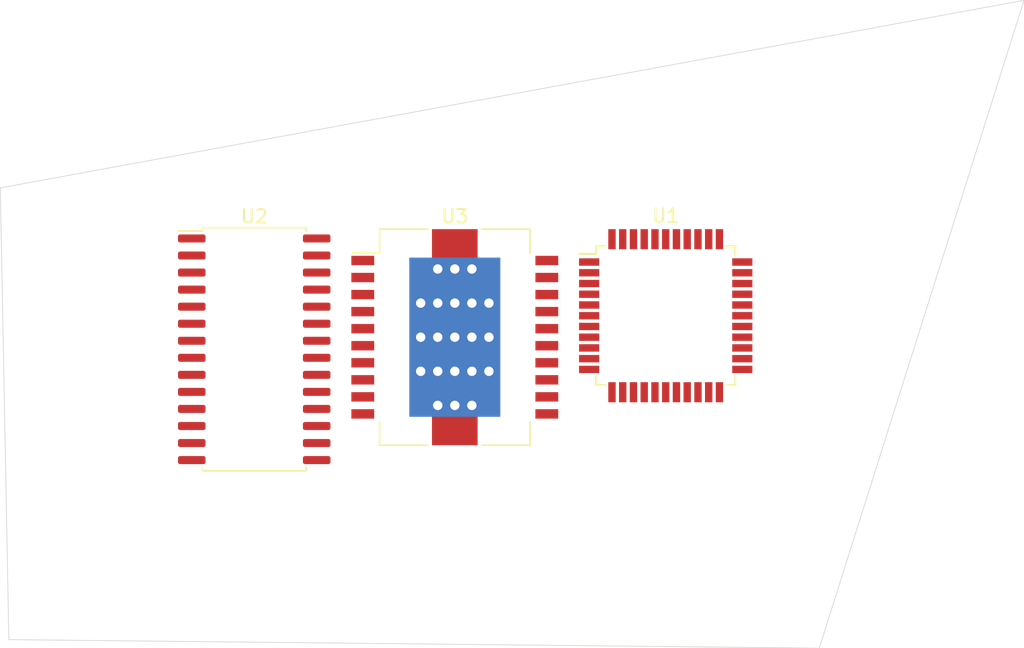
<source format=kicad_pcb>
(kicad_pcb (version 20171130) (host pcbnew 5.1.12-84ad8e8a86~92~ubuntu20.04.1)

  (general
    (thickness 1.6)
    (drawings 4)
    (tracks 0)
    (zones 0)
    (modules 3)
    (nets 88)
  )

  (page A4)
  (layers
    (0 F.Cu signal)
    (31 B.Cu signal)
    (32 B.Adhes user)
    (33 F.Adhes user)
    (34 B.Paste user)
    (35 F.Paste user)
    (36 B.SilkS user)
    (37 F.SilkS user)
    (38 B.Mask user)
    (39 F.Mask user)
    (40 Dwgs.User user)
    (41 Cmts.User user)
    (42 Eco1.User user)
    (43 Eco2.User user)
    (44 Edge.Cuts user)
    (45 Margin user)
    (46 B.CrtYd user)
    (47 F.CrtYd user)
    (48 B.Fab user)
    (49 F.Fab user)
  )

  (setup
    (last_trace_width 0.25)
    (trace_clearance 0.2)
    (zone_clearance 0.508)
    (zone_45_only no)
    (trace_min 0.2)
    (via_size 0.8)
    (via_drill 0.4)
    (via_min_size 0.4)
    (via_min_drill 0.3)
    (uvia_size 0.3)
    (uvia_drill 0.1)
    (uvias_allowed no)
    (uvia_min_size 0.2)
    (uvia_min_drill 0.1)
    (edge_width 0.05)
    (segment_width 0.2)
    (pcb_text_width 0.3)
    (pcb_text_size 1.5 1.5)
    (mod_edge_width 0.12)
    (mod_text_size 1 1)
    (mod_text_width 0.15)
    (pad_size 1.524 1.524)
    (pad_drill 0.762)
    (pad_to_mask_clearance 0)
    (aux_axis_origin 0 0)
    (visible_elements FFFFFF7F)
    (pcbplotparams
      (layerselection 0x010fc_ffffffff)
      (usegerberextensions false)
      (usegerberattributes true)
      (usegerberadvancedattributes true)
      (creategerberjobfile true)
      (excludeedgelayer true)
      (linewidth 0.100000)
      (plotframeref false)
      (viasonmask false)
      (mode 1)
      (useauxorigin false)
      (hpglpennumber 1)
      (hpglpenspeed 20)
      (hpglpendiameter 15.000000)
      (psnegative false)
      (psa4output false)
      (plotreference true)
      (plotvalue true)
      (plotinvisibletext false)
      (padsonsilk false)
      (subtractmaskfromsilk false)
      (outputformat 1)
      (mirror false)
      (drillshape 1)
      (scaleselection 1)
      (outputdirectory ""))
  )

  (net 0 "")
  (net 1 "Net-(U1-Pad24)")
  (net 2 "Net-(U1-Pad15)")
  (net 3 "Net-(U1-Pad42)")
  (net 4 "Net-(U1-Pad41)")
  (net 5 "Net-(U1-Pad40)")
  (net 6 "Net-(U1-Pad39)")
  (net 7 "Net-(U1-Pad38)")
  (net 8 "Net-(U1-Pad37)")
  (net 9 "Net-(U1-Pad36)")
  (net 10 "Net-(U1-Pad14)")
  (net 11 "Net-(U1-Pad33)")
  (net 12 "Net-(U1-Pad32)")
  (net 13 "Net-(U1-Pad31)")
  (net 14 "Net-(U1-Pad30)")
  (net 15 "Net-(U1-Pad29)")
  (net 16 "Net-(U1-Pad28)")
  (net 17 "Net-(U1-Pad27)")
  (net 18 "Net-(U1-Pad26)")
  (net 19 "Net-(U1-Pad25)")
  (net 20 "Net-(U1-Pad22)")
  (net 21 "Net-(U1-Pad21)")
  (net 22 "Net-(U1-Pad20)")
  (net 23 "Net-(U1-Pad19)")
  (net 24 "Net-(U1-Pad18)")
  (net 25 "Net-(U1-Pad17)")
  (net 26 "Net-(U1-Pad16)")
  (net 27 "Net-(U1-Pad13)")
  (net 28 "Net-(U1-Pad12)")
  (net 29 "Net-(U1-Pad11)")
  (net 30 "Net-(U1-Pad10)")
  (net 31 "Net-(U1-Pad9)")
  (net 32 "Net-(U1-Pad8)")
  (net 33 "Net-(U1-Pad7)")
  (net 34 "Net-(U1-Pad6)")
  (net 35 "Net-(U1-Pad5)")
  (net 36 "Net-(U1-Pad4)")
  (net 37 "Net-(U1-Pad3)")
  (net 38 "Net-(U1-Pad2)")
  (net 39 "Net-(U1-Pad1)")
  (net 40 "Net-(U2-Pad28)")
  (net 41 "Net-(U2-Pad27)")
  (net 42 "Net-(U2-Pad26)")
  (net 43 "Net-(U2-Pad25)")
  (net 44 "Net-(U2-Pad24)")
  (net 45 "Net-(U2-Pad23)")
  (net 46 "Net-(U2-Pad22)")
  (net 47 "Net-(U2-Pad21)")
  (net 48 "Net-(U2-Pad20)")
  (net 49 "Net-(U2-Pad19)")
  (net 50 "Net-(U2-Pad18)")
  (net 51 "Net-(U2-Pad17)")
  (net 52 "Net-(U2-Pad16)")
  (net 53 "Net-(U2-Pad15)")
  (net 54 "Net-(U2-Pad14)")
  (net 55 "Net-(U2-Pad13)")
  (net 56 "Net-(U2-Pad12)")
  (net 57 "Net-(U2-Pad11)")
  (net 58 "Net-(U2-Pad10)")
  (net 59 "Net-(U2-Pad9)")
  (net 60 "Net-(U2-Pad8)")
  (net 61 "Net-(U2-Pad7)")
  (net 62 "Net-(U2-Pad6)")
  (net 63 "Net-(U2-Pad5)")
  (net 64 "Net-(U2-Pad4)")
  (net 65 "Net-(U2-Pad3)")
  (net 66 "Net-(U2-Pad2)")
  (net 67 "Net-(U2-Pad1)")
  (net 68 "Net-(U3-Pad20)")
  (net 69 "Net-(U3-Pad19)")
  (net 70 "Net-(U3-Pad18)")
  (net 71 "Net-(U3-Pad17)")
  (net 72 "Net-(U3-Pad16)")
  (net 73 "Net-(U3-Pad15)")
  (net 74 "Net-(U3-Pad14)")
  (net 75 "Net-(U3-Pad13)")
  (net 76 "Net-(U3-Pad12)")
  (net 77 "Net-(U3-Pad11)")
  (net 78 "Net-(U3-Pad10)")
  (net 79 "Net-(U3-Pad9)")
  (net 80 "Net-(U3-Pad8)")
  (net 81 "Net-(U3-Pad7)")
  (net 82 "Net-(U3-Pad6)")
  (net 83 "Net-(U3-Pad5)")
  (net 84 "Net-(U3-Pad4)")
  (net 85 "Net-(U3-Pad3)")
  (net 86 "Net-(U3-Pad2)")
  (net 87 "Net-(U3-Pad1)")

  (net_class Default "This is the default net class."
    (clearance 0.2)
    (trace_width 0.25)
    (via_dia 0.8)
    (via_drill 0.4)
    (uvia_dia 0.3)
    (uvia_drill 0.1)
    (add_net "Net-(U1-Pad1)")
    (add_net "Net-(U1-Pad10)")
    (add_net "Net-(U1-Pad11)")
    (add_net "Net-(U1-Pad12)")
    (add_net "Net-(U1-Pad13)")
    (add_net "Net-(U1-Pad14)")
    (add_net "Net-(U1-Pad15)")
    (add_net "Net-(U1-Pad16)")
    (add_net "Net-(U1-Pad17)")
    (add_net "Net-(U1-Pad18)")
    (add_net "Net-(U1-Pad19)")
    (add_net "Net-(U1-Pad2)")
    (add_net "Net-(U1-Pad20)")
    (add_net "Net-(U1-Pad21)")
    (add_net "Net-(U1-Pad22)")
    (add_net "Net-(U1-Pad24)")
    (add_net "Net-(U1-Pad25)")
    (add_net "Net-(U1-Pad26)")
    (add_net "Net-(U1-Pad27)")
    (add_net "Net-(U1-Pad28)")
    (add_net "Net-(U1-Pad29)")
    (add_net "Net-(U1-Pad3)")
    (add_net "Net-(U1-Pad30)")
    (add_net "Net-(U1-Pad31)")
    (add_net "Net-(U1-Pad32)")
    (add_net "Net-(U1-Pad33)")
    (add_net "Net-(U1-Pad36)")
    (add_net "Net-(U1-Pad37)")
    (add_net "Net-(U1-Pad38)")
    (add_net "Net-(U1-Pad39)")
    (add_net "Net-(U1-Pad4)")
    (add_net "Net-(U1-Pad40)")
    (add_net "Net-(U1-Pad41)")
    (add_net "Net-(U1-Pad42)")
    (add_net "Net-(U1-Pad5)")
    (add_net "Net-(U1-Pad6)")
    (add_net "Net-(U1-Pad7)")
    (add_net "Net-(U1-Pad8)")
    (add_net "Net-(U1-Pad9)")
    (add_net "Net-(U2-Pad1)")
    (add_net "Net-(U2-Pad10)")
    (add_net "Net-(U2-Pad11)")
    (add_net "Net-(U2-Pad12)")
    (add_net "Net-(U2-Pad13)")
    (add_net "Net-(U2-Pad14)")
    (add_net "Net-(U2-Pad15)")
    (add_net "Net-(U2-Pad16)")
    (add_net "Net-(U2-Pad17)")
    (add_net "Net-(U2-Pad18)")
    (add_net "Net-(U2-Pad19)")
    (add_net "Net-(U2-Pad2)")
    (add_net "Net-(U2-Pad20)")
    (add_net "Net-(U2-Pad21)")
    (add_net "Net-(U2-Pad22)")
    (add_net "Net-(U2-Pad23)")
    (add_net "Net-(U2-Pad24)")
    (add_net "Net-(U2-Pad25)")
    (add_net "Net-(U2-Pad26)")
    (add_net "Net-(U2-Pad27)")
    (add_net "Net-(U2-Pad28)")
    (add_net "Net-(U2-Pad3)")
    (add_net "Net-(U2-Pad4)")
    (add_net "Net-(U2-Pad5)")
    (add_net "Net-(U2-Pad6)")
    (add_net "Net-(U2-Pad7)")
    (add_net "Net-(U2-Pad8)")
    (add_net "Net-(U2-Pad9)")
    (add_net "Net-(U3-Pad1)")
    (add_net "Net-(U3-Pad10)")
    (add_net "Net-(U3-Pad11)")
    (add_net "Net-(U3-Pad12)")
    (add_net "Net-(U3-Pad13)")
    (add_net "Net-(U3-Pad14)")
    (add_net "Net-(U3-Pad15)")
    (add_net "Net-(U3-Pad16)")
    (add_net "Net-(U3-Pad17)")
    (add_net "Net-(U3-Pad18)")
    (add_net "Net-(U3-Pad19)")
    (add_net "Net-(U3-Pad2)")
    (add_net "Net-(U3-Pad20)")
    (add_net "Net-(U3-Pad3)")
    (add_net "Net-(U3-Pad4)")
    (add_net "Net-(U3-Pad5)")
    (add_net "Net-(U3-Pad6)")
    (add_net "Net-(U3-Pad7)")
    (add_net "Net-(U3-Pad8)")
    (add_net "Net-(U3-Pad9)")
  )

  (module Package_SO:HSOP-20-1EP_11.0x15.9mm_P1.27mm_SlugDown_ThermalVias (layer F.Cu) (tedit 5A02F2D3) (tstamp 6223BFB3)
    (at 127.175 82.88)
    (descr "HSOP 11.0x15.9mm Pitch 1.27mm Slug Down Thermal Vias (PowerSO-20) [JEDEC MO-166] (http://www.st.com/resource/en/datasheet/tda7266d.pdf, www.st.com/resource/en/application_note/cd00003801.pdf)")
    (tags "HSOP 11.0 x 15.9mm Pitch 1.27mm")
    (path /6229562B)
    (attr smd)
    (fp_text reference U3 (at 0 -9) (layer F.SilkS)
      (effects (font (size 1 1) (thickness 0.15)))
    )
    (fp_text value L298P (at 0 9) (layer F.Fab)
      (effects (font (size 1 1) (thickness 0.15)))
    )
    (fp_line (start 5.6 8.05) (end 2 8.05) (layer F.SilkS) (width 0.12))
    (fp_line (start -2 -8.05) (end -5.6 -8.05) (layer F.SilkS) (width 0.12))
    (fp_line (start 7.95 8.3) (end -7.95 8.3) (layer F.CrtYd) (width 0.05))
    (fp_line (start 7.95 8.3) (end 7.95 -8.3) (layer F.CrtYd) (width 0.05))
    (fp_line (start -7.95 -8.3) (end -7.95 8.3) (layer F.CrtYd) (width 0.05))
    (fp_line (start -7.95 -8.3) (end 7.95 -8.3) (layer F.CrtYd) (width 0.05))
    (fp_line (start -5.5 -6.95) (end -5.5 7.95) (layer F.Fab) (width 0.1))
    (fp_line (start -4.5 -7.95) (end -5.5 -6.95) (layer F.Fab) (width 0.1))
    (fp_line (start 5.5 -7.95) (end -4.5 -7.95) (layer F.Fab) (width 0.1))
    (fp_line (start 5.5 7.95) (end 5.5 -7.95) (layer F.Fab) (width 0.1))
    (fp_line (start -5.5 7.95) (end 5.5 7.95) (layer F.Fab) (width 0.1))
    (fp_line (start -5.6 -6.3) (end -7.6 -6.3) (layer F.SilkS) (width 0.12))
    (fp_line (start -5.6 -8.05) (end -5.6 -6.3) (layer F.SilkS) (width 0.12))
    (fp_line (start 5.6 -8.05) (end 2 -8.05) (layer F.SilkS) (width 0.12))
    (fp_line (start -5.6 8.05) (end -5.6 6.3) (layer F.SilkS) (width 0.12))
    (fp_line (start -2 8.05) (end -5.6 8.05) (layer F.SilkS) (width 0.12))
    (fp_line (start 5.6 8.05) (end 5.6 6.3) (layer F.SilkS) (width 0.12))
    (fp_line (start 5.6 -8.05) (end 5.6 -6.3) (layer F.SilkS) (width 0.12))
    (fp_text user %R (at 0 0) (layer F.Fab)
      (effects (font (size 1 1) (thickness 0.15)))
    )
    (pad 21 smd rect (at 0 0) (size 6.78 11.86) (layers B.Cu))
    (pad 21 thru_hole circle (at -1.27 -5.08) (size 1 1) (drill 0.7) (layers *.Cu))
    (pad 21 thru_hole circle (at 0 -5.08) (size 1 1) (drill 0.7) (layers *.Cu))
    (pad 21 thru_hole circle (at 1.27 -5.08) (size 1 1) (drill 0.7) (layers *.Cu))
    (pad 21 thru_hole circle (at -2.54 -2.54) (size 1 1) (drill 0.7) (layers *.Cu))
    (pad 21 thru_hole circle (at -1.27 -2.54) (size 1 1) (drill 0.7) (layers *.Cu))
    (pad 21 thru_hole circle (at 0 -2.54) (size 1 1) (drill 0.7) (layers *.Cu))
    (pad 21 thru_hole circle (at 1.27 -2.54) (size 1 1) (drill 0.7) (layers *.Cu))
    (pad 21 thru_hole circle (at 2.54 -2.54) (size 1 1) (drill 0.7) (layers *.Cu))
    (pad 21 thru_hole circle (at -2.54 0) (size 1 1) (drill 0.7) (layers *.Cu))
    (pad 21 thru_hole circle (at -1.27 0) (size 1 1) (drill 0.7) (layers *.Cu))
    (pad 21 thru_hole circle (at 0 0) (size 1 1) (drill 0.7) (layers *.Cu))
    (pad 21 thru_hole circle (at 1.27 0) (size 1 1) (drill 0.7) (layers *.Cu))
    (pad 21 thru_hole circle (at 2.54 0) (size 1 1) (drill 0.7) (layers *.Cu))
    (pad 21 thru_hole circle (at -2.54 2.54) (size 1 1) (drill 0.7) (layers *.Cu))
    (pad 21 thru_hole circle (at -1.27 2.54) (size 1 1) (drill 0.7) (layers *.Cu))
    (pad 21 thru_hole circle (at 0 2.54) (size 1 1) (drill 0.7) (layers *.Cu))
    (pad 21 thru_hole circle (at 1.27 2.54) (size 1 1) (drill 0.7) (layers *.Cu))
    (pad 21 thru_hole circle (at 2.54 2.54) (size 1 1) (drill 0.7) (layers *.Cu))
    (pad 21 thru_hole circle (at -1.27 5.08) (size 1 1) (drill 0.7) (layers *.Cu))
    (pad 21 thru_hole circle (at 0 5.08) (size 1 1) (drill 0.7) (layers *.Cu))
    (pad 21 thru_hole circle (at 1.27 5.08) (size 1 1) (drill 0.7) (layers *.Cu))
    (pad 21 smd rect (at 0 6.8425) (size 3.4 2.415) (layers F.Cu F.Paste F.Mask))
    (pad 21 smd rect (at 0 -6.8425) (size 3.4 2.415) (layers F.Cu F.Paste F.Mask))
    (pad 20 smd rect (at 6.85 -5.715) (size 1.7 0.7) (layers F.Cu F.Paste F.Mask)
      (net 68 "Net-(U3-Pad20)"))
    (pad 19 smd rect (at 6.85 -4.445) (size 1.7 0.7) (layers F.Cu F.Paste F.Mask)
      (net 69 "Net-(U3-Pad19)"))
    (pad 18 smd rect (at 6.85 -3.175) (size 1.7 0.7) (layers F.Cu F.Paste F.Mask)
      (net 70 "Net-(U3-Pad18)"))
    (pad 17 smd rect (at 6.85 -1.905) (size 1.7 0.7) (layers F.Cu F.Paste F.Mask)
      (net 71 "Net-(U3-Pad17)"))
    (pad 16 smd rect (at 6.85 -0.635) (size 1.7 0.7) (layers F.Cu F.Paste F.Mask)
      (net 72 "Net-(U3-Pad16)"))
    (pad 15 smd rect (at 6.85 0.635) (size 1.7 0.7) (layers F.Cu F.Paste F.Mask)
      (net 73 "Net-(U3-Pad15)"))
    (pad 14 smd rect (at 6.85 1.905) (size 1.7 0.7) (layers F.Cu F.Paste F.Mask)
      (net 74 "Net-(U3-Pad14)"))
    (pad 13 smd rect (at 6.85 3.175) (size 1.7 0.7) (layers F.Cu F.Paste F.Mask)
      (net 75 "Net-(U3-Pad13)"))
    (pad 12 smd rect (at 6.85 4.445) (size 1.7 0.7) (layers F.Cu F.Paste F.Mask)
      (net 76 "Net-(U3-Pad12)"))
    (pad 11 smd rect (at 6.85 5.715) (size 1.7 0.7) (layers F.Cu F.Paste F.Mask)
      (net 77 "Net-(U3-Pad11)"))
    (pad 10 smd rect (at -6.85 5.715) (size 1.7 0.7) (layers F.Cu F.Paste F.Mask)
      (net 78 "Net-(U3-Pad10)"))
    (pad 9 smd rect (at -6.85 4.445) (size 1.7 0.7) (layers F.Cu F.Paste F.Mask)
      (net 79 "Net-(U3-Pad9)"))
    (pad 8 smd rect (at -6.85 3.175) (size 1.7 0.7) (layers F.Cu F.Paste F.Mask)
      (net 80 "Net-(U3-Pad8)"))
    (pad 7 smd rect (at -6.85 1.905) (size 1.7 0.7) (layers F.Cu F.Paste F.Mask)
      (net 81 "Net-(U3-Pad7)"))
    (pad 6 smd rect (at -6.85 0.635) (size 1.7 0.7) (layers F.Cu F.Paste F.Mask)
      (net 82 "Net-(U3-Pad6)"))
    (pad 5 smd rect (at -6.85 -0.635) (size 1.7 0.7) (layers F.Cu F.Paste F.Mask)
      (net 83 "Net-(U3-Pad5)"))
    (pad 4 smd rect (at -6.85 -1.905) (size 1.7 0.7) (layers F.Cu F.Paste F.Mask)
      (net 84 "Net-(U3-Pad4)"))
    (pad 3 smd rect (at -6.85 -3.175) (size 1.7 0.7) (layers F.Cu F.Paste F.Mask)
      (net 85 "Net-(U3-Pad3)"))
    (pad 2 smd rect (at -6.85 -4.445) (size 1.7 0.7) (layers F.Cu F.Paste F.Mask)
      (net 86 "Net-(U3-Pad2)"))
    (pad 21 smd rect (at 0 0) (size 6.4 11.27) (layers F.Cu F.Paste F.Mask))
    (pad 1 smd rect (at -6.85 -5.715) (size 1.7 0.7) (layers F.Cu F.Paste F.Mask)
      (net 87 "Net-(U3-Pad1)"))
    (model ${KISYS3DMOD}/Package_SO.3dshapes/HSOP-36-1EP_11.0x15.9mm_P0.65mm_SlugUp.step
      (at (xyz 0 0 0))
      (scale (xyz 1 1 1))
      (rotate (xyz 0 0 0))
    )
  )

  (module Package_SO:SOIC-28W_7.5x17.9mm_P1.27mm (layer F.Cu) (tedit 5D9F72B1) (tstamp 6223BF6F)
    (at 112.245 83.78)
    (descr "SOIC, 28 Pin (JEDEC MS-013AE, https://www.analog.com/media/en/package-pcb-resources/package/35833120341221rw_28.pdf), generated with kicad-footprint-generator ipc_gullwing_generator.py")
    (tags "SOIC SO")
    (path /6229331D)
    (attr smd)
    (fp_text reference U2 (at 0 -9.9) (layer F.SilkS)
      (effects (font (size 1 1) (thickness 0.15)))
    )
    (fp_text value ENC28J60x-SO (at 0 9.9) (layer F.Fab)
      (effects (font (size 1 1) (thickness 0.15)))
    )
    (fp_line (start 5.93 -9.2) (end -5.93 -9.2) (layer F.CrtYd) (width 0.05))
    (fp_line (start 5.93 9.2) (end 5.93 -9.2) (layer F.CrtYd) (width 0.05))
    (fp_line (start -5.93 9.2) (end 5.93 9.2) (layer F.CrtYd) (width 0.05))
    (fp_line (start -5.93 -9.2) (end -5.93 9.2) (layer F.CrtYd) (width 0.05))
    (fp_line (start -3.75 -7.95) (end -2.75 -8.95) (layer F.Fab) (width 0.1))
    (fp_line (start -3.75 8.95) (end -3.75 -7.95) (layer F.Fab) (width 0.1))
    (fp_line (start 3.75 8.95) (end -3.75 8.95) (layer F.Fab) (width 0.1))
    (fp_line (start 3.75 -8.95) (end 3.75 8.95) (layer F.Fab) (width 0.1))
    (fp_line (start -2.75 -8.95) (end 3.75 -8.95) (layer F.Fab) (width 0.1))
    (fp_line (start -3.86 -8.815) (end -5.675 -8.815) (layer F.SilkS) (width 0.12))
    (fp_line (start -3.86 -9.06) (end -3.86 -8.815) (layer F.SilkS) (width 0.12))
    (fp_line (start 0 -9.06) (end -3.86 -9.06) (layer F.SilkS) (width 0.12))
    (fp_line (start 3.86 -9.06) (end 3.86 -8.815) (layer F.SilkS) (width 0.12))
    (fp_line (start 0 -9.06) (end 3.86 -9.06) (layer F.SilkS) (width 0.12))
    (fp_line (start -3.86 9.06) (end -3.86 8.815) (layer F.SilkS) (width 0.12))
    (fp_line (start 0 9.06) (end -3.86 9.06) (layer F.SilkS) (width 0.12))
    (fp_line (start 3.86 9.06) (end 3.86 8.815) (layer F.SilkS) (width 0.12))
    (fp_line (start 0 9.06) (end 3.86 9.06) (layer F.SilkS) (width 0.12))
    (fp_text user %R (at 0 0) (layer F.Fab)
      (effects (font (size 1 1) (thickness 0.15)))
    )
    (pad 28 smd roundrect (at 4.65 -8.255) (size 2.05 0.6) (layers F.Cu F.Paste F.Mask) (roundrect_rratio 0.25)
      (net 40 "Net-(U2-Pad28)"))
    (pad 27 smd roundrect (at 4.65 -6.985) (size 2.05 0.6) (layers F.Cu F.Paste F.Mask) (roundrect_rratio 0.25)
      (net 41 "Net-(U2-Pad27)"))
    (pad 26 smd roundrect (at 4.65 -5.715) (size 2.05 0.6) (layers F.Cu F.Paste F.Mask) (roundrect_rratio 0.25)
      (net 42 "Net-(U2-Pad26)"))
    (pad 25 smd roundrect (at 4.65 -4.445) (size 2.05 0.6) (layers F.Cu F.Paste F.Mask) (roundrect_rratio 0.25)
      (net 43 "Net-(U2-Pad25)"))
    (pad 24 smd roundrect (at 4.65 -3.175) (size 2.05 0.6) (layers F.Cu F.Paste F.Mask) (roundrect_rratio 0.25)
      (net 44 "Net-(U2-Pad24)"))
    (pad 23 smd roundrect (at 4.65 -1.905) (size 2.05 0.6) (layers F.Cu F.Paste F.Mask) (roundrect_rratio 0.25)
      (net 45 "Net-(U2-Pad23)"))
    (pad 22 smd roundrect (at 4.65 -0.635) (size 2.05 0.6) (layers F.Cu F.Paste F.Mask) (roundrect_rratio 0.25)
      (net 46 "Net-(U2-Pad22)"))
    (pad 21 smd roundrect (at 4.65 0.635) (size 2.05 0.6) (layers F.Cu F.Paste F.Mask) (roundrect_rratio 0.25)
      (net 47 "Net-(U2-Pad21)"))
    (pad 20 smd roundrect (at 4.65 1.905) (size 2.05 0.6) (layers F.Cu F.Paste F.Mask) (roundrect_rratio 0.25)
      (net 48 "Net-(U2-Pad20)"))
    (pad 19 smd roundrect (at 4.65 3.175) (size 2.05 0.6) (layers F.Cu F.Paste F.Mask) (roundrect_rratio 0.25)
      (net 49 "Net-(U2-Pad19)"))
    (pad 18 smd roundrect (at 4.65 4.445) (size 2.05 0.6) (layers F.Cu F.Paste F.Mask) (roundrect_rratio 0.25)
      (net 50 "Net-(U2-Pad18)"))
    (pad 17 smd roundrect (at 4.65 5.715) (size 2.05 0.6) (layers F.Cu F.Paste F.Mask) (roundrect_rratio 0.25)
      (net 51 "Net-(U2-Pad17)"))
    (pad 16 smd roundrect (at 4.65 6.985) (size 2.05 0.6) (layers F.Cu F.Paste F.Mask) (roundrect_rratio 0.25)
      (net 52 "Net-(U2-Pad16)"))
    (pad 15 smd roundrect (at 4.65 8.255) (size 2.05 0.6) (layers F.Cu F.Paste F.Mask) (roundrect_rratio 0.25)
      (net 53 "Net-(U2-Pad15)"))
    (pad 14 smd roundrect (at -4.65 8.255) (size 2.05 0.6) (layers F.Cu F.Paste F.Mask) (roundrect_rratio 0.25)
      (net 54 "Net-(U2-Pad14)"))
    (pad 13 smd roundrect (at -4.65 6.985) (size 2.05 0.6) (layers F.Cu F.Paste F.Mask) (roundrect_rratio 0.25)
      (net 55 "Net-(U2-Pad13)"))
    (pad 12 smd roundrect (at -4.65 5.715) (size 2.05 0.6) (layers F.Cu F.Paste F.Mask) (roundrect_rratio 0.25)
      (net 56 "Net-(U2-Pad12)"))
    (pad 11 smd roundrect (at -4.65 4.445) (size 2.05 0.6) (layers F.Cu F.Paste F.Mask) (roundrect_rratio 0.25)
      (net 57 "Net-(U2-Pad11)"))
    (pad 10 smd roundrect (at -4.65 3.175) (size 2.05 0.6) (layers F.Cu F.Paste F.Mask) (roundrect_rratio 0.25)
      (net 58 "Net-(U2-Pad10)"))
    (pad 9 smd roundrect (at -4.65 1.905) (size 2.05 0.6) (layers F.Cu F.Paste F.Mask) (roundrect_rratio 0.25)
      (net 59 "Net-(U2-Pad9)"))
    (pad 8 smd roundrect (at -4.65 0.635) (size 2.05 0.6) (layers F.Cu F.Paste F.Mask) (roundrect_rratio 0.25)
      (net 60 "Net-(U2-Pad8)"))
    (pad 7 smd roundrect (at -4.65 -0.635) (size 2.05 0.6) (layers F.Cu F.Paste F.Mask) (roundrect_rratio 0.25)
      (net 61 "Net-(U2-Pad7)"))
    (pad 6 smd roundrect (at -4.65 -1.905) (size 2.05 0.6) (layers F.Cu F.Paste F.Mask) (roundrect_rratio 0.25)
      (net 62 "Net-(U2-Pad6)"))
    (pad 5 smd roundrect (at -4.65 -3.175) (size 2.05 0.6) (layers F.Cu F.Paste F.Mask) (roundrect_rratio 0.25)
      (net 63 "Net-(U2-Pad5)"))
    (pad 4 smd roundrect (at -4.65 -4.445) (size 2.05 0.6) (layers F.Cu F.Paste F.Mask) (roundrect_rratio 0.25)
      (net 64 "Net-(U2-Pad4)"))
    (pad 3 smd roundrect (at -4.65 -5.715) (size 2.05 0.6) (layers F.Cu F.Paste F.Mask) (roundrect_rratio 0.25)
      (net 65 "Net-(U2-Pad3)"))
    (pad 2 smd roundrect (at -4.65 -6.985) (size 2.05 0.6) (layers F.Cu F.Paste F.Mask) (roundrect_rratio 0.25)
      (net 66 "Net-(U2-Pad2)"))
    (pad 1 smd roundrect (at -4.65 -8.255) (size 2.05 0.6) (layers F.Cu F.Paste F.Mask) (roundrect_rratio 0.25)
      (net 67 "Net-(U2-Pad1)"))
    (model ${KISYS3DMOD}/Package_SO.3dshapes/SOIC-28W_7.5x17.9mm_P1.27mm.wrl
      (at (xyz 0 0 0))
      (scale (xyz 1 1 1))
      (rotate (xyz 0 0 0))
    )
  )

  (module Package_QFP:TQFP-44_10x10mm_P0.8mm (layer F.Cu) (tedit 5A02F146) (tstamp 6223BF3C)
    (at 142.875 81.28)
    (descr "44-Lead Plastic Thin Quad Flatpack (PT) - 10x10x1.0 mm Body [TQFP] (see Microchip Packaging Specification 00000049BS.pdf)")
    (tags "QFP 0.8")
    (path /622915E9)
    (attr smd)
    (fp_text reference U1 (at 0 -7.45) (layer F.SilkS)
      (effects (font (size 1 1) (thickness 0.15)))
    )
    (fp_text value ATmega32U4-AU (at 0 7.45) (layer F.Fab)
      (effects (font (size 1 1) (thickness 0.15)))
    )
    (fp_line (start -5.175 -4.6) (end -6.45 -4.6) (layer F.SilkS) (width 0.15))
    (fp_line (start 5.175 -5.175) (end 4.5 -5.175) (layer F.SilkS) (width 0.15))
    (fp_line (start 5.175 5.175) (end 4.5 5.175) (layer F.SilkS) (width 0.15))
    (fp_line (start -5.175 5.175) (end -4.5 5.175) (layer F.SilkS) (width 0.15))
    (fp_line (start -5.175 -5.175) (end -4.5 -5.175) (layer F.SilkS) (width 0.15))
    (fp_line (start -5.175 5.175) (end -5.175 4.5) (layer F.SilkS) (width 0.15))
    (fp_line (start 5.175 5.175) (end 5.175 4.5) (layer F.SilkS) (width 0.15))
    (fp_line (start 5.175 -5.175) (end 5.175 -4.5) (layer F.SilkS) (width 0.15))
    (fp_line (start -5.175 -5.175) (end -5.175 -4.6) (layer F.SilkS) (width 0.15))
    (fp_line (start -6.7 6.7) (end 6.7 6.7) (layer F.CrtYd) (width 0.05))
    (fp_line (start -6.7 -6.7) (end 6.7 -6.7) (layer F.CrtYd) (width 0.05))
    (fp_line (start 6.7 -6.7) (end 6.7 6.7) (layer F.CrtYd) (width 0.05))
    (fp_line (start -6.7 -6.7) (end -6.7 6.7) (layer F.CrtYd) (width 0.05))
    (fp_line (start -5 -4) (end -4 -5) (layer F.Fab) (width 0.15))
    (fp_line (start -5 5) (end -5 -4) (layer F.Fab) (width 0.15))
    (fp_line (start 5 5) (end -5 5) (layer F.Fab) (width 0.15))
    (fp_line (start 5 -5) (end 5 5) (layer F.Fab) (width 0.15))
    (fp_line (start -4 -5) (end 5 -5) (layer F.Fab) (width 0.15))
    (fp_text user %R (at 0 0) (layer F.Fab)
      (effects (font (size 1 1) (thickness 0.15)))
    )
    (pad 44 smd rect (at -4 -5.7 90) (size 1.5 0.55) (layers F.Cu F.Paste F.Mask)
      (net 1 "Net-(U1-Pad24)"))
    (pad 43 smd rect (at -3.2 -5.7 90) (size 1.5 0.55) (layers F.Cu F.Paste F.Mask)
      (net 2 "Net-(U1-Pad15)"))
    (pad 42 smd rect (at -2.4 -5.7 90) (size 1.5 0.55) (layers F.Cu F.Paste F.Mask)
      (net 3 "Net-(U1-Pad42)"))
    (pad 41 smd rect (at -1.6 -5.7 90) (size 1.5 0.55) (layers F.Cu F.Paste F.Mask)
      (net 4 "Net-(U1-Pad41)"))
    (pad 40 smd rect (at -0.8 -5.7 90) (size 1.5 0.55) (layers F.Cu F.Paste F.Mask)
      (net 5 "Net-(U1-Pad40)"))
    (pad 39 smd rect (at 0 -5.7 90) (size 1.5 0.55) (layers F.Cu F.Paste F.Mask)
      (net 6 "Net-(U1-Pad39)"))
    (pad 38 smd rect (at 0.8 -5.7 90) (size 1.5 0.55) (layers F.Cu F.Paste F.Mask)
      (net 7 "Net-(U1-Pad38)"))
    (pad 37 smd rect (at 1.6 -5.7 90) (size 1.5 0.55) (layers F.Cu F.Paste F.Mask)
      (net 8 "Net-(U1-Pad37)"))
    (pad 36 smd rect (at 2.4 -5.7 90) (size 1.5 0.55) (layers F.Cu F.Paste F.Mask)
      (net 9 "Net-(U1-Pad36)"))
    (pad 35 smd rect (at 3.2 -5.7 90) (size 1.5 0.55) (layers F.Cu F.Paste F.Mask)
      (net 2 "Net-(U1-Pad15)"))
    (pad 34 smd rect (at 4 -5.7 90) (size 1.5 0.55) (layers F.Cu F.Paste F.Mask)
      (net 10 "Net-(U1-Pad14)"))
    (pad 33 smd rect (at 5.7 -4) (size 1.5 0.55) (layers F.Cu F.Paste F.Mask)
      (net 11 "Net-(U1-Pad33)"))
    (pad 32 smd rect (at 5.7 -3.2) (size 1.5 0.55) (layers F.Cu F.Paste F.Mask)
      (net 12 "Net-(U1-Pad32)"))
    (pad 31 smd rect (at 5.7 -2.4) (size 1.5 0.55) (layers F.Cu F.Paste F.Mask)
      (net 13 "Net-(U1-Pad31)"))
    (pad 30 smd rect (at 5.7 -1.6) (size 1.5 0.55) (layers F.Cu F.Paste F.Mask)
      (net 14 "Net-(U1-Pad30)"))
    (pad 29 smd rect (at 5.7 -0.8) (size 1.5 0.55) (layers F.Cu F.Paste F.Mask)
      (net 15 "Net-(U1-Pad29)"))
    (pad 28 smd rect (at 5.7 0) (size 1.5 0.55) (layers F.Cu F.Paste F.Mask)
      (net 16 "Net-(U1-Pad28)"))
    (pad 27 smd rect (at 5.7 0.8) (size 1.5 0.55) (layers F.Cu F.Paste F.Mask)
      (net 17 "Net-(U1-Pad27)"))
    (pad 26 smd rect (at 5.7 1.6) (size 1.5 0.55) (layers F.Cu F.Paste F.Mask)
      (net 18 "Net-(U1-Pad26)"))
    (pad 25 smd rect (at 5.7 2.4) (size 1.5 0.55) (layers F.Cu F.Paste F.Mask)
      (net 19 "Net-(U1-Pad25)"))
    (pad 24 smd rect (at 5.7 3.2) (size 1.5 0.55) (layers F.Cu F.Paste F.Mask)
      (net 1 "Net-(U1-Pad24)"))
    (pad 23 smd rect (at 5.7 4) (size 1.5 0.55) (layers F.Cu F.Paste F.Mask)
      (net 2 "Net-(U1-Pad15)"))
    (pad 22 smd rect (at 4 5.7 90) (size 1.5 0.55) (layers F.Cu F.Paste F.Mask)
      (net 20 "Net-(U1-Pad22)"))
    (pad 21 smd rect (at 3.2 5.7 90) (size 1.5 0.55) (layers F.Cu F.Paste F.Mask)
      (net 21 "Net-(U1-Pad21)"))
    (pad 20 smd rect (at 2.4 5.7 90) (size 1.5 0.55) (layers F.Cu F.Paste F.Mask)
      (net 22 "Net-(U1-Pad20)"))
    (pad 19 smd rect (at 1.6 5.7 90) (size 1.5 0.55) (layers F.Cu F.Paste F.Mask)
      (net 23 "Net-(U1-Pad19)"))
    (pad 18 smd rect (at 0.8 5.7 90) (size 1.5 0.55) (layers F.Cu F.Paste F.Mask)
      (net 24 "Net-(U1-Pad18)"))
    (pad 17 smd rect (at 0 5.7 90) (size 1.5 0.55) (layers F.Cu F.Paste F.Mask)
      (net 25 "Net-(U1-Pad17)"))
    (pad 16 smd rect (at -0.8 5.7 90) (size 1.5 0.55) (layers F.Cu F.Paste F.Mask)
      (net 26 "Net-(U1-Pad16)"))
    (pad 15 smd rect (at -1.6 5.7 90) (size 1.5 0.55) (layers F.Cu F.Paste F.Mask)
      (net 2 "Net-(U1-Pad15)"))
    (pad 14 smd rect (at -2.4 5.7 90) (size 1.5 0.55) (layers F.Cu F.Paste F.Mask)
      (net 10 "Net-(U1-Pad14)"))
    (pad 13 smd rect (at -3.2 5.7 90) (size 1.5 0.55) (layers F.Cu F.Paste F.Mask)
      (net 27 "Net-(U1-Pad13)"))
    (pad 12 smd rect (at -4 5.7 90) (size 1.5 0.55) (layers F.Cu F.Paste F.Mask)
      (net 28 "Net-(U1-Pad12)"))
    (pad 11 smd rect (at -5.7 4) (size 1.5 0.55) (layers F.Cu F.Paste F.Mask)
      (net 29 "Net-(U1-Pad11)"))
    (pad 10 smd rect (at -5.7 3.2) (size 1.5 0.55) (layers F.Cu F.Paste F.Mask)
      (net 30 "Net-(U1-Pad10)"))
    (pad 9 smd rect (at -5.7 2.4) (size 1.5 0.55) (layers F.Cu F.Paste F.Mask)
      (net 31 "Net-(U1-Pad9)"))
    (pad 8 smd rect (at -5.7 1.6) (size 1.5 0.55) (layers F.Cu F.Paste F.Mask)
      (net 32 "Net-(U1-Pad8)"))
    (pad 7 smd rect (at -5.7 0.8) (size 1.5 0.55) (layers F.Cu F.Paste F.Mask)
      (net 33 "Net-(U1-Pad7)"))
    (pad 6 smd rect (at -5.7 0) (size 1.5 0.55) (layers F.Cu F.Paste F.Mask)
      (net 34 "Net-(U1-Pad6)"))
    (pad 5 smd rect (at -5.7 -0.8) (size 1.5 0.55) (layers F.Cu F.Paste F.Mask)
      (net 35 "Net-(U1-Pad5)"))
    (pad 4 smd rect (at -5.7 -1.6) (size 1.5 0.55) (layers F.Cu F.Paste F.Mask)
      (net 36 "Net-(U1-Pad4)"))
    (pad 3 smd rect (at -5.7 -2.4) (size 1.5 0.55) (layers F.Cu F.Paste F.Mask)
      (net 37 "Net-(U1-Pad3)"))
    (pad 2 smd rect (at -5.7 -3.2) (size 1.5 0.55) (layers F.Cu F.Paste F.Mask)
      (net 38 "Net-(U1-Pad2)"))
    (pad 1 smd rect (at -5.7 -4) (size 1.5 0.55) (layers F.Cu F.Paste F.Mask)
      (net 39 "Net-(U1-Pad1)"))
    (model ${KISYS3DMOD}/Package_QFP.3dshapes/TQFP-44_10x10mm_P0.8mm.wrl
      (at (xyz 0 0 0))
      (scale (xyz 1 1 1))
      (rotate (xyz 0 0 0))
    )
  )

  (gr_line (start 93.98 105.41) (end 93.345 71.755) (layer Edge.Cuts) (width 0.05) (tstamp 6223C078))
  (gr_line (start 154.305 106.045) (end 93.98 105.41) (layer Edge.Cuts) (width 0.05))
  (gr_line (start 169.545 57.785) (end 154.305 106.045) (layer Edge.Cuts) (width 0.05))
  (gr_line (start 93.345 71.755) (end 169.545 57.785) (layer Edge.Cuts) (width 0.05))

)

</source>
